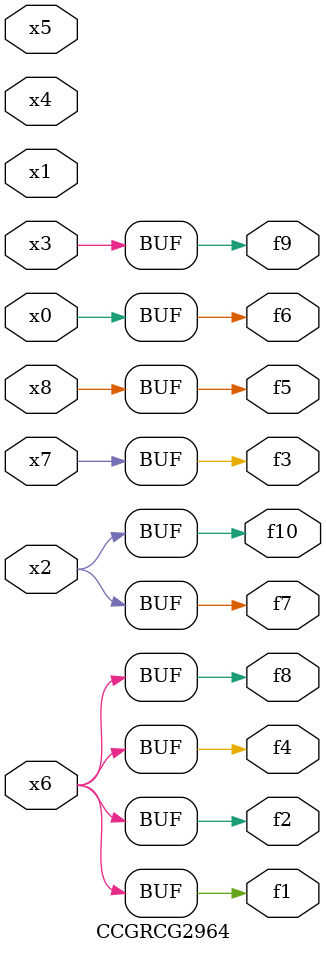
<source format=v>
module CCGRCG2964(
	input x0, x1, x2, x3, x4, x5, x6, x7, x8,
	output f1, f2, f3, f4, f5, f6, f7, f8, f9, f10
);
	assign f1 = x6;
	assign f2 = x6;
	assign f3 = x7;
	assign f4 = x6;
	assign f5 = x8;
	assign f6 = x0;
	assign f7 = x2;
	assign f8 = x6;
	assign f9 = x3;
	assign f10 = x2;
endmodule

</source>
